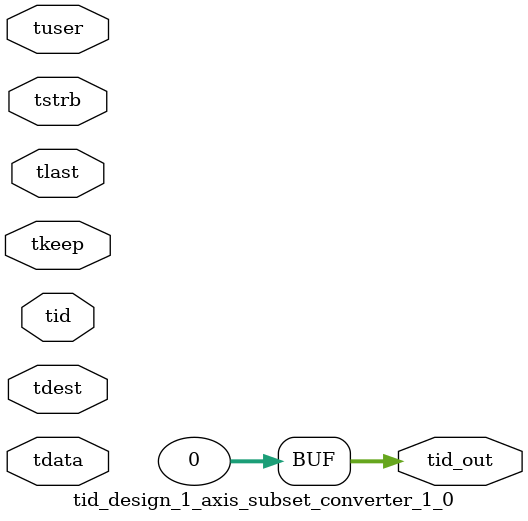
<source format=v>


`timescale 1ps/1ps

module tid_design_1_axis_subset_converter_1_0 #
(
parameter C_S_AXIS_TID_WIDTH   = 1,
parameter C_S_AXIS_TUSER_WIDTH = 0,
parameter C_S_AXIS_TDATA_WIDTH = 0,
parameter C_S_AXIS_TDEST_WIDTH = 0,
parameter C_M_AXIS_TID_WIDTH   = 32
)
(
input  [(C_S_AXIS_TID_WIDTH   == 0 ? 1 : C_S_AXIS_TID_WIDTH)-1:0       ] tid,
input  [(C_S_AXIS_TDATA_WIDTH == 0 ? 1 : C_S_AXIS_TDATA_WIDTH)-1:0     ] tdata,
input  [(C_S_AXIS_TUSER_WIDTH == 0 ? 1 : C_S_AXIS_TUSER_WIDTH)-1:0     ] tuser,
input  [(C_S_AXIS_TDEST_WIDTH == 0 ? 1 : C_S_AXIS_TDEST_WIDTH)-1:0     ] tdest,
input  [(C_S_AXIS_TDATA_WIDTH/8)-1:0 ] tkeep,
input  [(C_S_AXIS_TDATA_WIDTH/8)-1:0 ] tstrb,
input                                                                    tlast,
output [(C_M_AXIS_TID_WIDTH   == 0 ? 1 : C_M_AXIS_TID_WIDTH)-1:0       ] tid_out
);

assign tid_out = {1'b0};

endmodule


</source>
